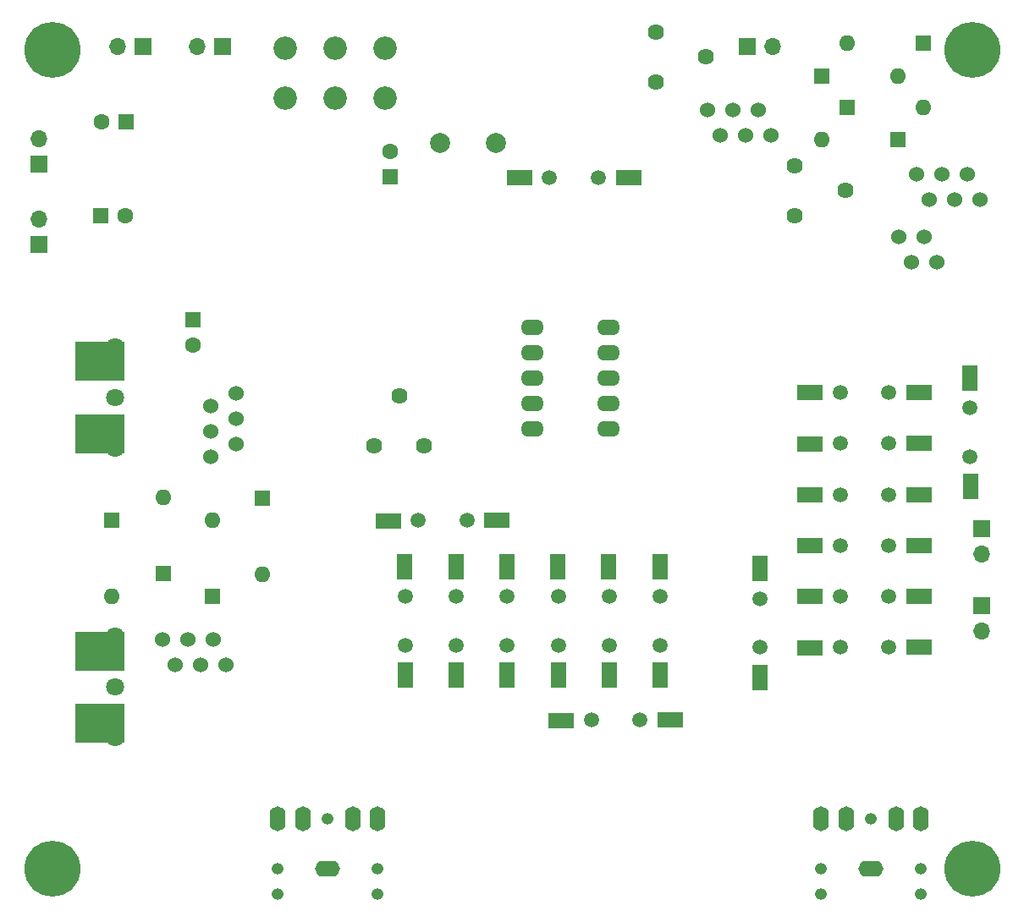
<source format=gbs>
G04 #@! TF.FileFunction,Soldermask,Bot*
%FSLAX46Y46*%
G04 Gerber Fmt 4.6, Leading zero omitted, Abs format (unit mm)*
G04 Created by KiCad (PCBNEW 4.0.7-e2-6376~58~ubuntu14.04.1) date Sat May 19 07:42:15 2018*
%MOMM*%
%LPD*%
G01*
G04 APERTURE LIST*
%ADD10C,0.100000*%
%ADD11C,1.800000*%
%ADD12R,5.000000X3.960000*%
%ADD13C,1.524000*%
%ADD14O,2.500000X1.600000*%
%ADD15O,1.200000X1.200000*%
%ADD16O,1.600000X2.500000*%
%ADD17C,1.500000*%
%ADD18R,2.500000X1.524000*%
%ADD19C,5.600000*%
%ADD20R,1.524000X2.500000*%
%ADD21R,1.700000X1.700000*%
%ADD22O,1.700000X1.700000*%
%ADD23C,2.340000*%
%ADD24O,2.300000X1.600000*%
%ADD25C,1.620000*%
%ADD26C,1.998980*%
%ADD27R,1.600000X1.600000*%
%ADD28O,1.600000X1.600000*%
%ADD29C,1.600000*%
G04 APERTURE END LIST*
D10*
D11*
X64257000Y-114880000D03*
X64257000Y-104720000D03*
D12*
X62750000Y-106180000D03*
X62750000Y-113420000D03*
D11*
X64257000Y-112340000D03*
X64257000Y-107260000D03*
X64257000Y-109800000D03*
D13*
X69000000Y-105000000D03*
X70270000Y-107540000D03*
X71540000Y-105000000D03*
X72810000Y-107540000D03*
X74080000Y-105000000D03*
X75350000Y-107540000D03*
D14*
X85550000Y-128000000D03*
D15*
X85550000Y-123000000D03*
D16*
X90550000Y-123000000D03*
X88050000Y-123000000D03*
X83050000Y-123000000D03*
X80550000Y-123000000D03*
D15*
X90550000Y-128000000D03*
X80550000Y-128000000D03*
X90550000Y-130500000D03*
X80550000Y-130500000D03*
D17*
X136800000Y-90500000D03*
X141680000Y-90500000D03*
D18*
X144680000Y-90500000D03*
X133800000Y-90530000D03*
D19*
X150000000Y-46000000D03*
D14*
X139900000Y-128000000D03*
D15*
X139900000Y-123000000D03*
D16*
X144900000Y-123000000D03*
X142400000Y-123000000D03*
X137400000Y-123000000D03*
X134900000Y-123000000D03*
D15*
X144900000Y-128000000D03*
X134900000Y-128000000D03*
X144900000Y-130500000D03*
X134900000Y-130500000D03*
D19*
X150000000Y-128000000D03*
X58000000Y-128000000D03*
X58000000Y-46000000D03*
D17*
X111900000Y-113100000D03*
X116780000Y-113100000D03*
D18*
X119780000Y-113100000D03*
X108900000Y-113130000D03*
D17*
X118800000Y-100700000D03*
X118800000Y-105580000D03*
D20*
X118800000Y-108580000D03*
X118770000Y-97700000D03*
D17*
X113700000Y-100700000D03*
X113700000Y-105580000D03*
D20*
X113700000Y-108580000D03*
X113670000Y-97700000D03*
D17*
X108600000Y-100700000D03*
X108600000Y-105580000D03*
D20*
X108600000Y-108580000D03*
X108570000Y-97700000D03*
D17*
X103500000Y-100700000D03*
X103500000Y-105580000D03*
D20*
X103500000Y-108580000D03*
X103470000Y-97700000D03*
D17*
X98400000Y-100700000D03*
X98400000Y-105580000D03*
D20*
X98400000Y-108580000D03*
X98370000Y-97700000D03*
D17*
X93300000Y-100700000D03*
X93300000Y-105580000D03*
D20*
X93300000Y-108580000D03*
X93270000Y-97700000D03*
D17*
X94600000Y-93100000D03*
X99480000Y-93100000D03*
D18*
X102480000Y-93100000D03*
X91600000Y-93130000D03*
D17*
X128800000Y-105800000D03*
X128800000Y-100920000D03*
D20*
X128800000Y-97920000D03*
X128830000Y-108800000D03*
D17*
X136800000Y-105800000D03*
X141680000Y-105800000D03*
D18*
X144680000Y-105800000D03*
X133800000Y-105830000D03*
D17*
X136800000Y-100700000D03*
X141680000Y-100700000D03*
D18*
X144680000Y-100700000D03*
X133800000Y-100730000D03*
D17*
X136800000Y-95600000D03*
X141680000Y-95600000D03*
D18*
X144680000Y-95600000D03*
X133800000Y-95630000D03*
D17*
X136800000Y-85400000D03*
X141680000Y-85400000D03*
D18*
X144680000Y-85400000D03*
X133800000Y-85430000D03*
D17*
X136800000Y-80300000D03*
X141680000Y-80300000D03*
D18*
X144680000Y-80300000D03*
X133800000Y-80330000D03*
D17*
X149800000Y-86700000D03*
X149800000Y-81820000D03*
D20*
X149800000Y-78820000D03*
X149830000Y-89700000D03*
D21*
X56650000Y-57450000D03*
D22*
X56650000Y-54910000D03*
D21*
X56650000Y-65450000D03*
D22*
X56650000Y-62910000D03*
D11*
X64257000Y-85880000D03*
X64257000Y-75720000D03*
D12*
X62750000Y-77180000D03*
X62750000Y-84420000D03*
D11*
X64257000Y-83340000D03*
X64257000Y-78260000D03*
X64257000Y-80800000D03*
D13*
X76400000Y-80400000D03*
X73860000Y-81670000D03*
X76400000Y-82940000D03*
X73860000Y-84210000D03*
X76400000Y-85480000D03*
X73860000Y-86750000D03*
D21*
X67100000Y-45700000D03*
D22*
X64560000Y-45700000D03*
D23*
X91250000Y-45800000D03*
X86250000Y-45800000D03*
X81250000Y-45800000D03*
X91250000Y-50800000D03*
X86250000Y-50800000D03*
X81250000Y-50800000D03*
D21*
X151000000Y-101670000D03*
D22*
X151000000Y-104210000D03*
D21*
X151000000Y-93940000D03*
D22*
X151000000Y-96480000D03*
D21*
X75050000Y-45700000D03*
D22*
X72510000Y-45700000D03*
D24*
X113600000Y-73800000D03*
X113600000Y-76340000D03*
X113600000Y-78880000D03*
X113600000Y-81420000D03*
X113600000Y-83960000D03*
X105980000Y-83960000D03*
X105980000Y-81420000D03*
X105980000Y-78880000D03*
X105980000Y-76340000D03*
X105980000Y-73800000D03*
D13*
X150800000Y-61000000D03*
X149530000Y-58460000D03*
X148260000Y-61000000D03*
X146990000Y-58460000D03*
X145720000Y-61000000D03*
X144450000Y-58460000D03*
X142700000Y-64700000D03*
X143970000Y-67240000D03*
X145240000Y-64700000D03*
X146510000Y-67240000D03*
D21*
X127500000Y-45700000D03*
D22*
X130040000Y-45700000D03*
D25*
X132300000Y-62600000D03*
X137300000Y-60100000D03*
X132300000Y-57600000D03*
D13*
X123500000Y-52000000D03*
X124770000Y-54540000D03*
X126040000Y-52000000D03*
X127310000Y-54540000D03*
X128580000Y-52000000D03*
X129850000Y-54540000D03*
D26*
X96758000Y-55346000D03*
X102346000Y-55346000D03*
D25*
X118400000Y-49200000D03*
X123400000Y-46700000D03*
X118400000Y-44200000D03*
X95200000Y-85600000D03*
X92700000Y-80600000D03*
X90200000Y-85600000D03*
D17*
X107750000Y-58800000D03*
X112630000Y-58800000D03*
D18*
X115630000Y-58800000D03*
X104750000Y-58830000D03*
D27*
X69100000Y-98400000D03*
D28*
X69100000Y-90780000D03*
D27*
X63900000Y-93100000D03*
D28*
X63900000Y-100720000D03*
D27*
X74000000Y-100700000D03*
D28*
X74000000Y-93080000D03*
D27*
X79000000Y-90900000D03*
D28*
X79000000Y-98520000D03*
D27*
X137500000Y-51800000D03*
D28*
X145120000Y-51800000D03*
D27*
X145100000Y-45300000D03*
D28*
X137480000Y-45300000D03*
D27*
X142600000Y-55000000D03*
D28*
X134980000Y-55000000D03*
D27*
X135000000Y-48600000D03*
D28*
X142620000Y-48600000D03*
D27*
X72050000Y-73050000D03*
D29*
X72050000Y-75550000D03*
D27*
X91800000Y-58700000D03*
D29*
X91800000Y-56200000D03*
D27*
X65400000Y-53200000D03*
D29*
X62900000Y-53200000D03*
D27*
X62800000Y-62600000D03*
D29*
X65300000Y-62600000D03*
M02*

</source>
